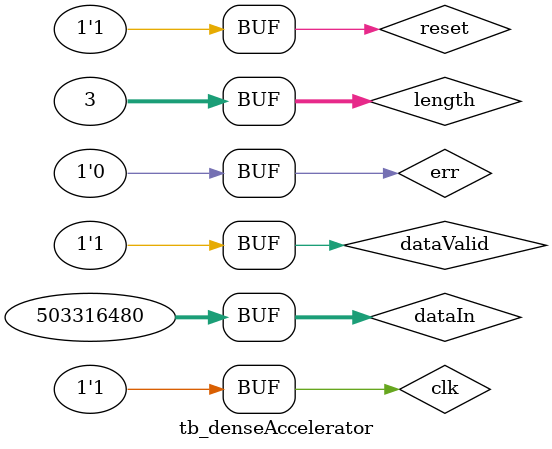
<source format=v>
module tb_denseAccelerator();
  reg clk, reset, dataValid;
  reg [31:0] dataIn, length;
  wire [31:0] dataOut;
  reg err = 0;

  denseAccelerator DUT(clk, reset, dataIn, dataValid, length, dataOut);

  initial begin
    reset = 1'b0;
    #10;
    reset = 1'b1;
    clk = 1;

    dataValid = 1'b1;
    #10;
    clk = !clk;
    #10;
    clk = !clk;
    dataIn = 32'b0001_0000_0000_0000_0000_0000_0000; // weight1 = 1
    length = 32'b0011;
    #10;
    clk = !clk;
    #10;
    clk = !clk;
    dataIn = 32'b0001_0000_0000_0000_0000_0000_0000; // activation1 = 1
    #10;
    clk = !clk;
    #10;
    clk = !clk;
    dataIn = 32'b0010_0000_0000_0000_0000_0000_0000; // weight2 = 2
    #10;
    clk = !clk;
    #10;
    clk = !clk;
    dataIn = 32'b0010_0000_0000_0000_0000_0000_0000; // activation2 = 2
    #10;
    clk = !clk;
    #10;
    clk = !clk;
    dataIn = 32'b0011_0000_0000_0000_0000_0000_0000; // weight3 = 3
    #10;
    clk = !clk;
    #10;
    clk = !clk;
    dataIn = 32'b0011_0000_0000_0000_0000_0000_0000; // activation3 = 3
    #10;
    clk = !clk;
    #10;
    clk = !clk;
    dataIn = 32'b1_1110_0000_0000_0000_0000_0000_0000; // bias = 30
    #10;
    clk = !clk;
    #10;
    clk = !clk;

  end // initiial
endmodule

</source>
